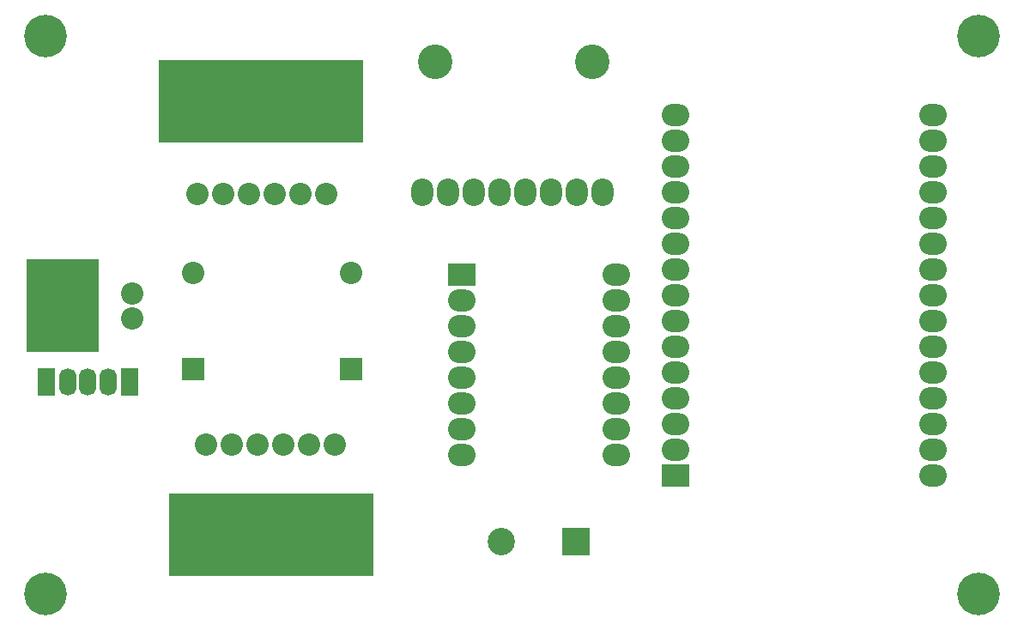
<source format=gts>
G04*
G04 #@! TF.GenerationSoftware,Altium Limited,Altium Designer,23.10.1 (27)*
G04*
G04 Layer_Color=8388736*
%FSLAX24Y24*%
%MOIN*%
G70*
G04*
G04 #@! TF.SameCoordinates,035D824A-8269-4E4D-BA6D-B56C25CEACC5*
G04*
G04*
G04 #@! TF.FilePolarity,Negative*
G04*
G01*
G75*
%ADD25C,0.0867*%
%ADD26R,0.7954X0.3230*%
%ADD27R,0.0671X0.1064*%
%ADD28O,0.0671X0.1064*%
%ADD29R,0.2836X0.3623*%
%ADD30R,0.0867X0.0867*%
%ADD31R,0.1064X0.0867*%
%ADD32O,0.1064X0.0867*%
%ADD33C,0.1064*%
%ADD34R,0.1064X0.1064*%
%ADD35C,0.1340*%
%ADD36O,0.0867X0.1064*%
%ADD37O,0.1064X0.0867*%
%ADD38R,0.1064X0.0867*%
%ADD39C,0.1655*%
D25*
X12800Y7350D02*
D03*
X11800D02*
D03*
X10800D02*
D03*
X9800D02*
D03*
X8800D02*
D03*
X7800D02*
D03*
X7478Y17083D02*
D03*
X8478D02*
D03*
X9478D02*
D03*
X10478D02*
D03*
X11478D02*
D03*
X12478D02*
D03*
X7317Y14041D02*
D03*
X13419D02*
D03*
X4919Y13234D02*
D03*
Y12250D02*
D03*
D26*
X10350Y3850D02*
D03*
X9940Y20700D02*
D03*
D27*
X1598Y9800D02*
D03*
X4827D02*
D03*
D28*
X2425D02*
D03*
X3213D02*
D03*
X4000D02*
D03*
D29*
X2218Y12750D02*
D03*
D30*
X7317Y10300D02*
D03*
X13419D02*
D03*
D31*
X17725Y13950D02*
D03*
D32*
X23725Y6950D02*
D03*
Y7950D02*
D03*
Y8950D02*
D03*
Y9950D02*
D03*
Y10950D02*
D03*
Y11950D02*
D03*
Y12950D02*
D03*
Y13950D02*
D03*
X17725Y12950D02*
D03*
Y11950D02*
D03*
Y10950D02*
D03*
Y9950D02*
D03*
Y8950D02*
D03*
Y7950D02*
D03*
Y6950D02*
D03*
D33*
X19273Y3600D02*
D03*
D34*
X22177Y3600D02*
D03*
D35*
X22810Y22223D02*
D03*
X16710D02*
D03*
D36*
X23210Y17173D02*
D03*
X22210D02*
D03*
X21210D02*
D03*
X20210D02*
D03*
X19210D02*
D03*
X18210D02*
D03*
X17210D02*
D03*
X16210D02*
D03*
D37*
X36050Y17150D02*
D03*
Y14150D02*
D03*
Y15150D02*
D03*
Y16150D02*
D03*
Y13150D02*
D03*
Y12150D02*
D03*
Y9150D02*
D03*
Y8150D02*
D03*
Y7150D02*
D03*
Y6150D02*
D03*
Y20150D02*
D03*
Y18150D02*
D03*
Y10150D02*
D03*
Y11150D02*
D03*
Y19150D02*
D03*
X26050Y12150D02*
D03*
Y10150D02*
D03*
Y11150D02*
D03*
Y13150D02*
D03*
Y14150D02*
D03*
Y15150D02*
D03*
Y16150D02*
D03*
Y17150D02*
D03*
Y18150D02*
D03*
Y19150D02*
D03*
Y20150D02*
D03*
Y8150D02*
D03*
Y9150D02*
D03*
Y7150D02*
D03*
D38*
Y6150D02*
D03*
D39*
X37795Y1575D02*
D03*
X1575D02*
D03*
X37795Y23228D02*
D03*
X1575D02*
D03*
M02*

</source>
